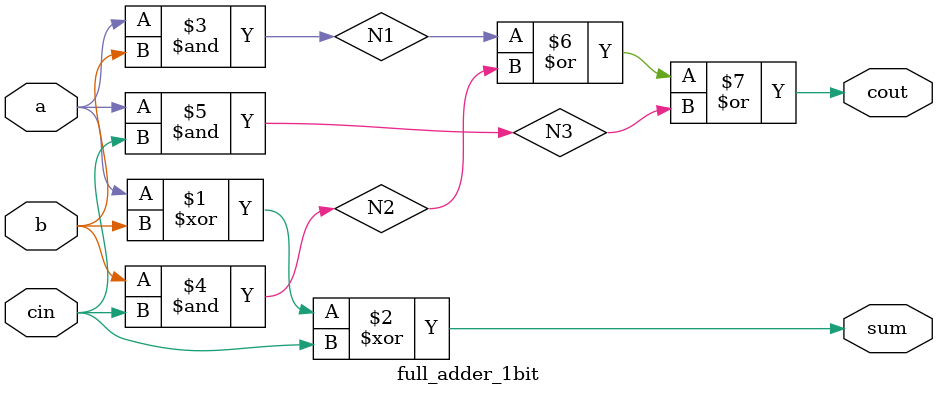
<source format=v>
module full_adder_1bit(input a, input b, input cin, output sum, output cout);
  
  wire N1,N2,N3;

  // sum = a^b^cin
  xor (sum, a, b, cin);

  // cout = a&b | b&cin | cin&a
  and (N1, a, b),
      (N2, b, cin),
      (N3, a, cin);

  or (cout, N1,N2, N3);
endmodule


</source>
